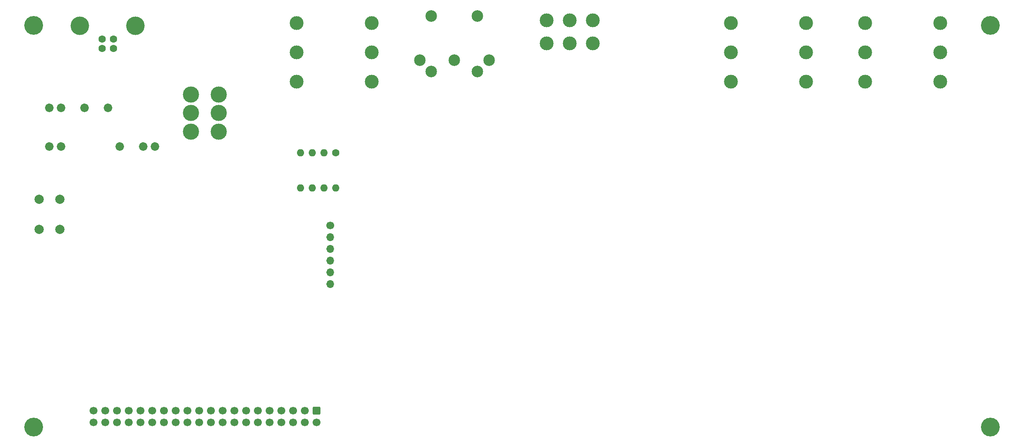
<source format=gbr>
%TF.GenerationSoftware,KiCad,Pcbnew,7.0.8*%
%TF.CreationDate,2024-02-07T19:13:26+01:00*%
%TF.ProjectId,overcycler3,6f766572-6379-4636-9c65-72332e6b6963,2*%
%TF.SameCoordinates,Original*%
%TF.FileFunction,Soldermask,Bot*%
%TF.FilePolarity,Negative*%
%FSLAX46Y46*%
G04 Gerber Fmt 4.6, Leading zero omitted, Abs format (unit mm)*
G04 Created by KiCad (PCBNEW 7.0.8) date 2024-02-07 19:13:26*
%MOMM*%
%LPD*%
G01*
G04 APERTURE LIST*
G04 Aperture macros list*
%AMRoundRect*
0 Rectangle with rounded corners*
0 $1 Rounding radius*
0 $2 $3 $4 $5 $6 $7 $8 $9 X,Y pos of 4 corners*
0 Add a 4 corners polygon primitive as box body*
4,1,4,$2,$3,$4,$5,$6,$7,$8,$9,$2,$3,0*
0 Add four circle primitives for the rounded corners*
1,1,$1+$1,$2,$3*
1,1,$1+$1,$4,$5*
1,1,$1+$1,$6,$7*
1,1,$1+$1,$8,$9*
0 Add four rect primitives between the rounded corners*
20,1,$1+$1,$2,$3,$4,$5,0*
20,1,$1+$1,$4,$5,$6,$7,0*
20,1,$1+$1,$6,$7,$8,$9,0*
20,1,$1+$1,$8,$9,$2,$3,0*%
G04 Aperture macros list end*
%ADD10C,4.064000*%
%ADD11C,3.000000*%
%ADD12C,1.600000*%
%ADD13C,4.000000*%
%ADD14O,1.600000X1.600000*%
%ADD15C,1.850000*%
%ADD16RoundRect,0.250000X-0.600000X0.600000X-0.600000X-0.600000X0.600000X-0.600000X0.600000X0.600000X0*%
%ADD17C,1.700000*%
%ADD18C,3.500000*%
%ADD19C,2.000000*%
%ADD20O,1.700000X1.700000*%
%ADD21C,2.500000*%
G04 APERTURE END LIST*
D10*
%TO.C,HOLE2*%
X49142500Y-145317500D03*
%TD*%
%TO.C,HOLE3*%
X256142500Y-145317500D03*
%TD*%
%TO.C,HOLE4*%
X256142500Y-58317500D03*
%TD*%
%TO.C,HOLE1*%
X49142500Y-58317500D03*
%TD*%
D11*
%TO.C,J4*%
X200027500Y-64115000D03*
X216257500Y-64115000D03*
X200027500Y-57765000D03*
X216257500Y-57765000D03*
X200027500Y-70465000D03*
X216257500Y-70465000D03*
%TD*%
%TO.C,J2*%
X106027500Y-64115000D03*
X122257500Y-64115000D03*
X106027500Y-57765000D03*
X122257500Y-57765000D03*
X106027500Y-70465000D03*
X122257500Y-70465000D03*
%TD*%
D12*
%TO.C,J1*%
X63892500Y-63260000D03*
X66392500Y-63260000D03*
X66392500Y-61260000D03*
X63892500Y-61260000D03*
D13*
X59142500Y-58400000D03*
X71142500Y-58400000D03*
%TD*%
D12*
%TO.C,OC1*%
X114518750Y-85873750D03*
D14*
X111978750Y-85873750D03*
X109438750Y-85873750D03*
X106898750Y-85873750D03*
X106898750Y-93493750D03*
X109438750Y-93493750D03*
X111978750Y-93493750D03*
X114518750Y-93493750D03*
%TD*%
D15*
%TO.C,PS2*%
X52533750Y-76165000D03*
X55073750Y-76165000D03*
X60153750Y-76165000D03*
X65233750Y-76165000D03*
%TD*%
D16*
%TO.C,P2*%
X110330000Y-141780000D03*
D17*
X110330000Y-144320000D03*
X107790000Y-141780000D03*
X107790000Y-144320000D03*
X105250000Y-141780000D03*
X105250000Y-144320000D03*
X102710000Y-141780000D03*
X102710000Y-144320000D03*
X100170000Y-141780000D03*
X100170000Y-144320000D03*
X97630000Y-141780000D03*
X97630000Y-144320000D03*
X95090000Y-141780000D03*
X95090000Y-144320000D03*
X92550000Y-141780000D03*
X92550000Y-144320000D03*
X90010000Y-141780000D03*
X90010000Y-144320000D03*
X87470000Y-141780000D03*
X87470000Y-144320000D03*
X84930000Y-141780000D03*
X84930000Y-144320000D03*
X82390000Y-141780000D03*
X82390000Y-144320000D03*
X79850000Y-141780000D03*
X79850000Y-144320000D03*
X77310000Y-141780000D03*
X77310000Y-144320000D03*
X74770000Y-141780000D03*
X74770000Y-144320000D03*
X72230000Y-141780000D03*
X72230000Y-144320000D03*
X69690000Y-141780000D03*
X69690000Y-144320000D03*
X67150000Y-141780000D03*
X67150000Y-144320000D03*
X64610000Y-141780000D03*
X64610000Y-144320000D03*
X62070000Y-141780000D03*
X62070000Y-144320000D03*
%TD*%
D18*
%TO.C,SW2*%
X89142500Y-73290000D03*
X89142500Y-77290000D03*
X89142500Y-81290000D03*
X83142500Y-73290000D03*
X83142500Y-77290000D03*
X83142500Y-81290000D03*
%TD*%
D19*
%TO.C,SW1*%
X50295000Y-102485000D03*
X50295000Y-95985000D03*
X54795000Y-102485000D03*
X54795000Y-95985000D03*
%TD*%
D15*
%TO.C,PS1*%
X52533750Y-84585000D03*
X55073750Y-84585000D03*
X67773750Y-84585000D03*
X72853750Y-84585000D03*
X75393750Y-84585000D03*
%TD*%
D11*
%TO.C,RV1*%
X170142500Y-57210000D03*
X165142500Y-57210000D03*
X160142500Y-57210000D03*
X170142500Y-62210000D03*
X165142500Y-62210000D03*
X160142500Y-62210000D03*
%TD*%
%TO.C,J5*%
X229056250Y-64115000D03*
X245286250Y-64115000D03*
X229056250Y-57765000D03*
X245286250Y-57765000D03*
X229056250Y-70465000D03*
X245286250Y-70465000D03*
%TD*%
D17*
%TO.C,P1*%
X113295000Y-101680000D03*
D20*
X113295000Y-104220000D03*
X113295000Y-106760000D03*
X113295000Y-109300000D03*
X113295000Y-111840000D03*
X113295000Y-114380000D03*
%TD*%
D21*
%TO.C,J3*%
X145142500Y-56300000D03*
X135142500Y-56300000D03*
X132642500Y-65800000D03*
X140142500Y-65800000D03*
X147642500Y-65800000D03*
X135142500Y-68300000D03*
X145142500Y-68300000D03*
%TD*%
M02*

</source>
